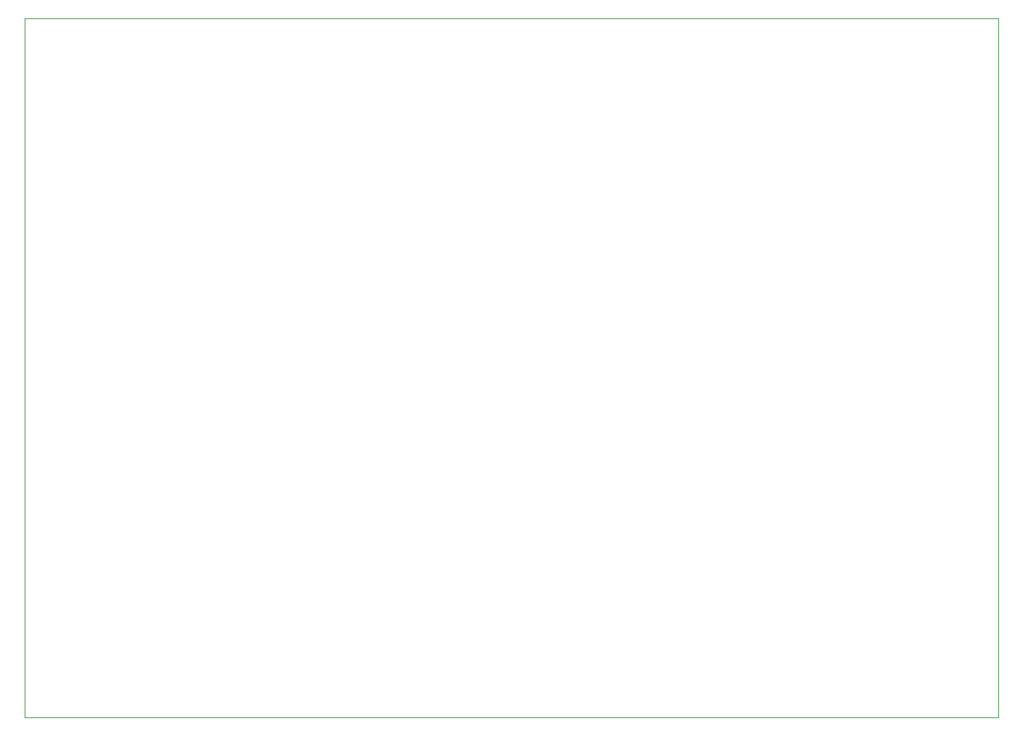
<source format=gbr>
%TF.GenerationSoftware,KiCad,Pcbnew,7.0.8*%
%TF.CreationDate,2023-12-16T16:38:21-08:00*%
%TF.ProjectId,PicoRAM2090,5069636f-5241-44d3-9230-39302e6b6963,rev?*%
%TF.SameCoordinates,Original*%
%TF.FileFunction,Profile,NP*%
%FSLAX46Y46*%
G04 Gerber Fmt 4.6, Leading zero omitted, Abs format (unit mm)*
G04 Created by KiCad (PCBNEW 7.0.8) date 2023-12-16 16:38:21*
%MOMM*%
%LPD*%
G01*
G04 APERTURE LIST*
%TA.AperFunction,Profile*%
%ADD10C,0.100000*%
%TD*%
G04 APERTURE END LIST*
D10*
X93980000Y-66040000D02*
X93980000Y-147320000D01*
X93980000Y-149860000D02*
X210820000Y-149860000D01*
X210820000Y-66040000D02*
X93980000Y-66040000D01*
X93980000Y-147320000D02*
X93980000Y-149860000D01*
X210820000Y-149860000D02*
X210820000Y-66040000D01*
M02*

</source>
